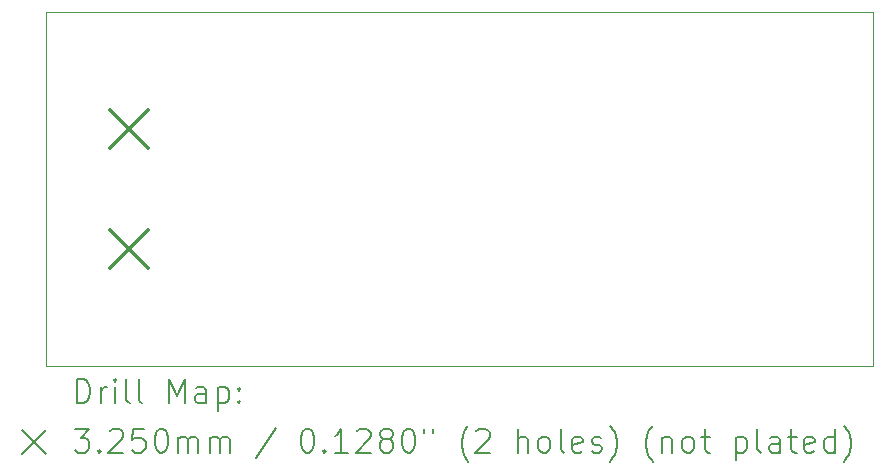
<source format=gbr>
%TF.GenerationSoftware,KiCad,Pcbnew,8.0.1*%
%TF.CreationDate,2024-04-23T23:05:55+02:00*%
%TF.ProjectId,P1-lezer,50312d6c-657a-4657-922e-6b696361645f,rev?*%
%TF.SameCoordinates,Original*%
%TF.FileFunction,Drillmap*%
%TF.FilePolarity,Positive*%
%FSLAX45Y45*%
G04 Gerber Fmt 4.5, Leading zero omitted, Abs format (unit mm)*
G04 Created by KiCad (PCBNEW 8.0.1) date 2024-04-23 23:05:55*
%MOMM*%
%LPD*%
G01*
G04 APERTURE LIST*
%ADD10C,0.050000*%
%ADD11C,0.200000*%
%ADD12C,0.325000*%
G04 APERTURE END LIST*
D10*
X6560000Y-6700000D02*
X13560000Y-6700000D01*
X13560000Y-9700000D01*
X6560000Y-9700000D01*
X6560000Y-6700000D01*
D11*
D12*
X7097500Y-7531500D02*
X7422500Y-7856500D01*
X7422500Y-7531500D02*
X7097500Y-7856500D01*
X7097500Y-8547500D02*
X7422500Y-8872500D01*
X7422500Y-8547500D02*
X7097500Y-8872500D01*
D11*
X6818277Y-10013984D02*
X6818277Y-9813984D01*
X6818277Y-9813984D02*
X6865896Y-9813984D01*
X6865896Y-9813984D02*
X6894467Y-9823508D01*
X6894467Y-9823508D02*
X6913515Y-9842555D01*
X6913515Y-9842555D02*
X6923039Y-9861603D01*
X6923039Y-9861603D02*
X6932562Y-9899698D01*
X6932562Y-9899698D02*
X6932562Y-9928270D01*
X6932562Y-9928270D02*
X6923039Y-9966365D01*
X6923039Y-9966365D02*
X6913515Y-9985412D01*
X6913515Y-9985412D02*
X6894467Y-10004460D01*
X6894467Y-10004460D02*
X6865896Y-10013984D01*
X6865896Y-10013984D02*
X6818277Y-10013984D01*
X7018277Y-10013984D02*
X7018277Y-9880650D01*
X7018277Y-9918746D02*
X7027801Y-9899698D01*
X7027801Y-9899698D02*
X7037324Y-9890174D01*
X7037324Y-9890174D02*
X7056372Y-9880650D01*
X7056372Y-9880650D02*
X7075420Y-9880650D01*
X7142086Y-10013984D02*
X7142086Y-9880650D01*
X7142086Y-9813984D02*
X7132562Y-9823508D01*
X7132562Y-9823508D02*
X7142086Y-9833031D01*
X7142086Y-9833031D02*
X7151610Y-9823508D01*
X7151610Y-9823508D02*
X7142086Y-9813984D01*
X7142086Y-9813984D02*
X7142086Y-9833031D01*
X7265896Y-10013984D02*
X7246848Y-10004460D01*
X7246848Y-10004460D02*
X7237324Y-9985412D01*
X7237324Y-9985412D02*
X7237324Y-9813984D01*
X7370658Y-10013984D02*
X7351610Y-10004460D01*
X7351610Y-10004460D02*
X7342086Y-9985412D01*
X7342086Y-9985412D02*
X7342086Y-9813984D01*
X7599229Y-10013984D02*
X7599229Y-9813984D01*
X7599229Y-9813984D02*
X7665896Y-9956841D01*
X7665896Y-9956841D02*
X7732562Y-9813984D01*
X7732562Y-9813984D02*
X7732562Y-10013984D01*
X7913515Y-10013984D02*
X7913515Y-9909222D01*
X7913515Y-9909222D02*
X7903991Y-9890174D01*
X7903991Y-9890174D02*
X7884943Y-9880650D01*
X7884943Y-9880650D02*
X7846848Y-9880650D01*
X7846848Y-9880650D02*
X7827801Y-9890174D01*
X7913515Y-10004460D02*
X7894467Y-10013984D01*
X7894467Y-10013984D02*
X7846848Y-10013984D01*
X7846848Y-10013984D02*
X7827801Y-10004460D01*
X7827801Y-10004460D02*
X7818277Y-9985412D01*
X7818277Y-9985412D02*
X7818277Y-9966365D01*
X7818277Y-9966365D02*
X7827801Y-9947317D01*
X7827801Y-9947317D02*
X7846848Y-9937793D01*
X7846848Y-9937793D02*
X7894467Y-9937793D01*
X7894467Y-9937793D02*
X7913515Y-9928270D01*
X8008753Y-9880650D02*
X8008753Y-10080650D01*
X8008753Y-9890174D02*
X8027801Y-9880650D01*
X8027801Y-9880650D02*
X8065896Y-9880650D01*
X8065896Y-9880650D02*
X8084943Y-9890174D01*
X8084943Y-9890174D02*
X8094467Y-9899698D01*
X8094467Y-9899698D02*
X8103991Y-9918746D01*
X8103991Y-9918746D02*
X8103991Y-9975889D01*
X8103991Y-9975889D02*
X8094467Y-9994936D01*
X8094467Y-9994936D02*
X8084943Y-10004460D01*
X8084943Y-10004460D02*
X8065896Y-10013984D01*
X8065896Y-10013984D02*
X8027801Y-10013984D01*
X8027801Y-10013984D02*
X8008753Y-10004460D01*
X8189705Y-9994936D02*
X8199229Y-10004460D01*
X8199229Y-10004460D02*
X8189705Y-10013984D01*
X8189705Y-10013984D02*
X8180182Y-10004460D01*
X8180182Y-10004460D02*
X8189705Y-9994936D01*
X8189705Y-9994936D02*
X8189705Y-10013984D01*
X8189705Y-9890174D02*
X8199229Y-9899698D01*
X8199229Y-9899698D02*
X8189705Y-9909222D01*
X8189705Y-9909222D02*
X8180182Y-9899698D01*
X8180182Y-9899698D02*
X8189705Y-9890174D01*
X8189705Y-9890174D02*
X8189705Y-9909222D01*
X6357500Y-10242500D02*
X6557500Y-10442500D01*
X6557500Y-10242500D02*
X6357500Y-10442500D01*
X6799229Y-10233984D02*
X6923039Y-10233984D01*
X6923039Y-10233984D02*
X6856372Y-10310174D01*
X6856372Y-10310174D02*
X6884943Y-10310174D01*
X6884943Y-10310174D02*
X6903991Y-10319698D01*
X6903991Y-10319698D02*
X6913515Y-10329222D01*
X6913515Y-10329222D02*
X6923039Y-10348270D01*
X6923039Y-10348270D02*
X6923039Y-10395889D01*
X6923039Y-10395889D02*
X6913515Y-10414936D01*
X6913515Y-10414936D02*
X6903991Y-10424460D01*
X6903991Y-10424460D02*
X6884943Y-10433984D01*
X6884943Y-10433984D02*
X6827801Y-10433984D01*
X6827801Y-10433984D02*
X6808753Y-10424460D01*
X6808753Y-10424460D02*
X6799229Y-10414936D01*
X7008753Y-10414936D02*
X7018277Y-10424460D01*
X7018277Y-10424460D02*
X7008753Y-10433984D01*
X7008753Y-10433984D02*
X6999229Y-10424460D01*
X6999229Y-10424460D02*
X7008753Y-10414936D01*
X7008753Y-10414936D02*
X7008753Y-10433984D01*
X7094467Y-10253031D02*
X7103991Y-10243508D01*
X7103991Y-10243508D02*
X7123039Y-10233984D01*
X7123039Y-10233984D02*
X7170658Y-10233984D01*
X7170658Y-10233984D02*
X7189705Y-10243508D01*
X7189705Y-10243508D02*
X7199229Y-10253031D01*
X7199229Y-10253031D02*
X7208753Y-10272079D01*
X7208753Y-10272079D02*
X7208753Y-10291127D01*
X7208753Y-10291127D02*
X7199229Y-10319698D01*
X7199229Y-10319698D02*
X7084943Y-10433984D01*
X7084943Y-10433984D02*
X7208753Y-10433984D01*
X7389705Y-10233984D02*
X7294467Y-10233984D01*
X7294467Y-10233984D02*
X7284943Y-10329222D01*
X7284943Y-10329222D02*
X7294467Y-10319698D01*
X7294467Y-10319698D02*
X7313515Y-10310174D01*
X7313515Y-10310174D02*
X7361134Y-10310174D01*
X7361134Y-10310174D02*
X7380182Y-10319698D01*
X7380182Y-10319698D02*
X7389705Y-10329222D01*
X7389705Y-10329222D02*
X7399229Y-10348270D01*
X7399229Y-10348270D02*
X7399229Y-10395889D01*
X7399229Y-10395889D02*
X7389705Y-10414936D01*
X7389705Y-10414936D02*
X7380182Y-10424460D01*
X7380182Y-10424460D02*
X7361134Y-10433984D01*
X7361134Y-10433984D02*
X7313515Y-10433984D01*
X7313515Y-10433984D02*
X7294467Y-10424460D01*
X7294467Y-10424460D02*
X7284943Y-10414936D01*
X7523039Y-10233984D02*
X7542086Y-10233984D01*
X7542086Y-10233984D02*
X7561134Y-10243508D01*
X7561134Y-10243508D02*
X7570658Y-10253031D01*
X7570658Y-10253031D02*
X7580182Y-10272079D01*
X7580182Y-10272079D02*
X7589705Y-10310174D01*
X7589705Y-10310174D02*
X7589705Y-10357793D01*
X7589705Y-10357793D02*
X7580182Y-10395889D01*
X7580182Y-10395889D02*
X7570658Y-10414936D01*
X7570658Y-10414936D02*
X7561134Y-10424460D01*
X7561134Y-10424460D02*
X7542086Y-10433984D01*
X7542086Y-10433984D02*
X7523039Y-10433984D01*
X7523039Y-10433984D02*
X7503991Y-10424460D01*
X7503991Y-10424460D02*
X7494467Y-10414936D01*
X7494467Y-10414936D02*
X7484943Y-10395889D01*
X7484943Y-10395889D02*
X7475420Y-10357793D01*
X7475420Y-10357793D02*
X7475420Y-10310174D01*
X7475420Y-10310174D02*
X7484943Y-10272079D01*
X7484943Y-10272079D02*
X7494467Y-10253031D01*
X7494467Y-10253031D02*
X7503991Y-10243508D01*
X7503991Y-10243508D02*
X7523039Y-10233984D01*
X7675420Y-10433984D02*
X7675420Y-10300650D01*
X7675420Y-10319698D02*
X7684943Y-10310174D01*
X7684943Y-10310174D02*
X7703991Y-10300650D01*
X7703991Y-10300650D02*
X7732563Y-10300650D01*
X7732563Y-10300650D02*
X7751610Y-10310174D01*
X7751610Y-10310174D02*
X7761134Y-10329222D01*
X7761134Y-10329222D02*
X7761134Y-10433984D01*
X7761134Y-10329222D02*
X7770658Y-10310174D01*
X7770658Y-10310174D02*
X7789705Y-10300650D01*
X7789705Y-10300650D02*
X7818277Y-10300650D01*
X7818277Y-10300650D02*
X7837324Y-10310174D01*
X7837324Y-10310174D02*
X7846848Y-10329222D01*
X7846848Y-10329222D02*
X7846848Y-10433984D01*
X7942086Y-10433984D02*
X7942086Y-10300650D01*
X7942086Y-10319698D02*
X7951610Y-10310174D01*
X7951610Y-10310174D02*
X7970658Y-10300650D01*
X7970658Y-10300650D02*
X7999229Y-10300650D01*
X7999229Y-10300650D02*
X8018277Y-10310174D01*
X8018277Y-10310174D02*
X8027801Y-10329222D01*
X8027801Y-10329222D02*
X8027801Y-10433984D01*
X8027801Y-10329222D02*
X8037324Y-10310174D01*
X8037324Y-10310174D02*
X8056372Y-10300650D01*
X8056372Y-10300650D02*
X8084943Y-10300650D01*
X8084943Y-10300650D02*
X8103991Y-10310174D01*
X8103991Y-10310174D02*
X8113515Y-10329222D01*
X8113515Y-10329222D02*
X8113515Y-10433984D01*
X8503991Y-10224460D02*
X8332563Y-10481603D01*
X8761134Y-10233984D02*
X8780182Y-10233984D01*
X8780182Y-10233984D02*
X8799229Y-10243508D01*
X8799229Y-10243508D02*
X8808753Y-10253031D01*
X8808753Y-10253031D02*
X8818277Y-10272079D01*
X8818277Y-10272079D02*
X8827801Y-10310174D01*
X8827801Y-10310174D02*
X8827801Y-10357793D01*
X8827801Y-10357793D02*
X8818277Y-10395889D01*
X8818277Y-10395889D02*
X8808753Y-10414936D01*
X8808753Y-10414936D02*
X8799229Y-10424460D01*
X8799229Y-10424460D02*
X8780182Y-10433984D01*
X8780182Y-10433984D02*
X8761134Y-10433984D01*
X8761134Y-10433984D02*
X8742087Y-10424460D01*
X8742087Y-10424460D02*
X8732563Y-10414936D01*
X8732563Y-10414936D02*
X8723039Y-10395889D01*
X8723039Y-10395889D02*
X8713515Y-10357793D01*
X8713515Y-10357793D02*
X8713515Y-10310174D01*
X8713515Y-10310174D02*
X8723039Y-10272079D01*
X8723039Y-10272079D02*
X8732563Y-10253031D01*
X8732563Y-10253031D02*
X8742087Y-10243508D01*
X8742087Y-10243508D02*
X8761134Y-10233984D01*
X8913515Y-10414936D02*
X8923039Y-10424460D01*
X8923039Y-10424460D02*
X8913515Y-10433984D01*
X8913515Y-10433984D02*
X8903991Y-10424460D01*
X8903991Y-10424460D02*
X8913515Y-10414936D01*
X8913515Y-10414936D02*
X8913515Y-10433984D01*
X9113515Y-10433984D02*
X8999229Y-10433984D01*
X9056372Y-10433984D02*
X9056372Y-10233984D01*
X9056372Y-10233984D02*
X9037325Y-10262555D01*
X9037325Y-10262555D02*
X9018277Y-10281603D01*
X9018277Y-10281603D02*
X8999229Y-10291127D01*
X9189706Y-10253031D02*
X9199229Y-10243508D01*
X9199229Y-10243508D02*
X9218277Y-10233984D01*
X9218277Y-10233984D02*
X9265896Y-10233984D01*
X9265896Y-10233984D02*
X9284944Y-10243508D01*
X9284944Y-10243508D02*
X9294468Y-10253031D01*
X9294468Y-10253031D02*
X9303991Y-10272079D01*
X9303991Y-10272079D02*
X9303991Y-10291127D01*
X9303991Y-10291127D02*
X9294468Y-10319698D01*
X9294468Y-10319698D02*
X9180182Y-10433984D01*
X9180182Y-10433984D02*
X9303991Y-10433984D01*
X9418277Y-10319698D02*
X9399229Y-10310174D01*
X9399229Y-10310174D02*
X9389706Y-10300650D01*
X9389706Y-10300650D02*
X9380182Y-10281603D01*
X9380182Y-10281603D02*
X9380182Y-10272079D01*
X9380182Y-10272079D02*
X9389706Y-10253031D01*
X9389706Y-10253031D02*
X9399229Y-10243508D01*
X9399229Y-10243508D02*
X9418277Y-10233984D01*
X9418277Y-10233984D02*
X9456372Y-10233984D01*
X9456372Y-10233984D02*
X9475420Y-10243508D01*
X9475420Y-10243508D02*
X9484944Y-10253031D01*
X9484944Y-10253031D02*
X9494468Y-10272079D01*
X9494468Y-10272079D02*
X9494468Y-10281603D01*
X9494468Y-10281603D02*
X9484944Y-10300650D01*
X9484944Y-10300650D02*
X9475420Y-10310174D01*
X9475420Y-10310174D02*
X9456372Y-10319698D01*
X9456372Y-10319698D02*
X9418277Y-10319698D01*
X9418277Y-10319698D02*
X9399229Y-10329222D01*
X9399229Y-10329222D02*
X9389706Y-10338746D01*
X9389706Y-10338746D02*
X9380182Y-10357793D01*
X9380182Y-10357793D02*
X9380182Y-10395889D01*
X9380182Y-10395889D02*
X9389706Y-10414936D01*
X9389706Y-10414936D02*
X9399229Y-10424460D01*
X9399229Y-10424460D02*
X9418277Y-10433984D01*
X9418277Y-10433984D02*
X9456372Y-10433984D01*
X9456372Y-10433984D02*
X9475420Y-10424460D01*
X9475420Y-10424460D02*
X9484944Y-10414936D01*
X9484944Y-10414936D02*
X9494468Y-10395889D01*
X9494468Y-10395889D02*
X9494468Y-10357793D01*
X9494468Y-10357793D02*
X9484944Y-10338746D01*
X9484944Y-10338746D02*
X9475420Y-10329222D01*
X9475420Y-10329222D02*
X9456372Y-10319698D01*
X9618277Y-10233984D02*
X9637325Y-10233984D01*
X9637325Y-10233984D02*
X9656372Y-10243508D01*
X9656372Y-10243508D02*
X9665896Y-10253031D01*
X9665896Y-10253031D02*
X9675420Y-10272079D01*
X9675420Y-10272079D02*
X9684944Y-10310174D01*
X9684944Y-10310174D02*
X9684944Y-10357793D01*
X9684944Y-10357793D02*
X9675420Y-10395889D01*
X9675420Y-10395889D02*
X9665896Y-10414936D01*
X9665896Y-10414936D02*
X9656372Y-10424460D01*
X9656372Y-10424460D02*
X9637325Y-10433984D01*
X9637325Y-10433984D02*
X9618277Y-10433984D01*
X9618277Y-10433984D02*
X9599229Y-10424460D01*
X9599229Y-10424460D02*
X9589706Y-10414936D01*
X9589706Y-10414936D02*
X9580182Y-10395889D01*
X9580182Y-10395889D02*
X9570658Y-10357793D01*
X9570658Y-10357793D02*
X9570658Y-10310174D01*
X9570658Y-10310174D02*
X9580182Y-10272079D01*
X9580182Y-10272079D02*
X9589706Y-10253031D01*
X9589706Y-10253031D02*
X9599229Y-10243508D01*
X9599229Y-10243508D02*
X9618277Y-10233984D01*
X9761134Y-10233984D02*
X9761134Y-10272079D01*
X9837325Y-10233984D02*
X9837325Y-10272079D01*
X10132563Y-10510174D02*
X10123039Y-10500650D01*
X10123039Y-10500650D02*
X10103991Y-10472079D01*
X10103991Y-10472079D02*
X10094468Y-10453031D01*
X10094468Y-10453031D02*
X10084944Y-10424460D01*
X10084944Y-10424460D02*
X10075420Y-10376841D01*
X10075420Y-10376841D02*
X10075420Y-10338746D01*
X10075420Y-10338746D02*
X10084944Y-10291127D01*
X10084944Y-10291127D02*
X10094468Y-10262555D01*
X10094468Y-10262555D02*
X10103991Y-10243508D01*
X10103991Y-10243508D02*
X10123039Y-10214936D01*
X10123039Y-10214936D02*
X10132563Y-10205412D01*
X10199230Y-10253031D02*
X10208753Y-10243508D01*
X10208753Y-10243508D02*
X10227801Y-10233984D01*
X10227801Y-10233984D02*
X10275420Y-10233984D01*
X10275420Y-10233984D02*
X10294468Y-10243508D01*
X10294468Y-10243508D02*
X10303991Y-10253031D01*
X10303991Y-10253031D02*
X10313515Y-10272079D01*
X10313515Y-10272079D02*
X10313515Y-10291127D01*
X10313515Y-10291127D02*
X10303991Y-10319698D01*
X10303991Y-10319698D02*
X10189706Y-10433984D01*
X10189706Y-10433984D02*
X10313515Y-10433984D01*
X10551611Y-10433984D02*
X10551611Y-10233984D01*
X10637325Y-10433984D02*
X10637325Y-10329222D01*
X10637325Y-10329222D02*
X10627801Y-10310174D01*
X10627801Y-10310174D02*
X10608753Y-10300650D01*
X10608753Y-10300650D02*
X10580182Y-10300650D01*
X10580182Y-10300650D02*
X10561134Y-10310174D01*
X10561134Y-10310174D02*
X10551611Y-10319698D01*
X10761134Y-10433984D02*
X10742087Y-10424460D01*
X10742087Y-10424460D02*
X10732563Y-10414936D01*
X10732563Y-10414936D02*
X10723039Y-10395889D01*
X10723039Y-10395889D02*
X10723039Y-10338746D01*
X10723039Y-10338746D02*
X10732563Y-10319698D01*
X10732563Y-10319698D02*
X10742087Y-10310174D01*
X10742087Y-10310174D02*
X10761134Y-10300650D01*
X10761134Y-10300650D02*
X10789706Y-10300650D01*
X10789706Y-10300650D02*
X10808753Y-10310174D01*
X10808753Y-10310174D02*
X10818277Y-10319698D01*
X10818277Y-10319698D02*
X10827801Y-10338746D01*
X10827801Y-10338746D02*
X10827801Y-10395889D01*
X10827801Y-10395889D02*
X10818277Y-10414936D01*
X10818277Y-10414936D02*
X10808753Y-10424460D01*
X10808753Y-10424460D02*
X10789706Y-10433984D01*
X10789706Y-10433984D02*
X10761134Y-10433984D01*
X10942087Y-10433984D02*
X10923039Y-10424460D01*
X10923039Y-10424460D02*
X10913515Y-10405412D01*
X10913515Y-10405412D02*
X10913515Y-10233984D01*
X11094468Y-10424460D02*
X11075420Y-10433984D01*
X11075420Y-10433984D02*
X11037325Y-10433984D01*
X11037325Y-10433984D02*
X11018277Y-10424460D01*
X11018277Y-10424460D02*
X11008753Y-10405412D01*
X11008753Y-10405412D02*
X11008753Y-10329222D01*
X11008753Y-10329222D02*
X11018277Y-10310174D01*
X11018277Y-10310174D02*
X11037325Y-10300650D01*
X11037325Y-10300650D02*
X11075420Y-10300650D01*
X11075420Y-10300650D02*
X11094468Y-10310174D01*
X11094468Y-10310174D02*
X11103992Y-10329222D01*
X11103992Y-10329222D02*
X11103992Y-10348270D01*
X11103992Y-10348270D02*
X11008753Y-10367317D01*
X11180182Y-10424460D02*
X11199230Y-10433984D01*
X11199230Y-10433984D02*
X11237325Y-10433984D01*
X11237325Y-10433984D02*
X11256372Y-10424460D01*
X11256372Y-10424460D02*
X11265896Y-10405412D01*
X11265896Y-10405412D02*
X11265896Y-10395889D01*
X11265896Y-10395889D02*
X11256372Y-10376841D01*
X11256372Y-10376841D02*
X11237325Y-10367317D01*
X11237325Y-10367317D02*
X11208753Y-10367317D01*
X11208753Y-10367317D02*
X11189706Y-10357793D01*
X11189706Y-10357793D02*
X11180182Y-10338746D01*
X11180182Y-10338746D02*
X11180182Y-10329222D01*
X11180182Y-10329222D02*
X11189706Y-10310174D01*
X11189706Y-10310174D02*
X11208753Y-10300650D01*
X11208753Y-10300650D02*
X11237325Y-10300650D01*
X11237325Y-10300650D02*
X11256372Y-10310174D01*
X11332563Y-10510174D02*
X11342087Y-10500650D01*
X11342087Y-10500650D02*
X11361134Y-10472079D01*
X11361134Y-10472079D02*
X11370658Y-10453031D01*
X11370658Y-10453031D02*
X11380182Y-10424460D01*
X11380182Y-10424460D02*
X11389706Y-10376841D01*
X11389706Y-10376841D02*
X11389706Y-10338746D01*
X11389706Y-10338746D02*
X11380182Y-10291127D01*
X11380182Y-10291127D02*
X11370658Y-10262555D01*
X11370658Y-10262555D02*
X11361134Y-10243508D01*
X11361134Y-10243508D02*
X11342087Y-10214936D01*
X11342087Y-10214936D02*
X11332563Y-10205412D01*
X11694468Y-10510174D02*
X11684944Y-10500650D01*
X11684944Y-10500650D02*
X11665896Y-10472079D01*
X11665896Y-10472079D02*
X11656372Y-10453031D01*
X11656372Y-10453031D02*
X11646849Y-10424460D01*
X11646849Y-10424460D02*
X11637325Y-10376841D01*
X11637325Y-10376841D02*
X11637325Y-10338746D01*
X11637325Y-10338746D02*
X11646849Y-10291127D01*
X11646849Y-10291127D02*
X11656372Y-10262555D01*
X11656372Y-10262555D02*
X11665896Y-10243508D01*
X11665896Y-10243508D02*
X11684944Y-10214936D01*
X11684944Y-10214936D02*
X11694468Y-10205412D01*
X11770658Y-10300650D02*
X11770658Y-10433984D01*
X11770658Y-10319698D02*
X11780182Y-10310174D01*
X11780182Y-10310174D02*
X11799230Y-10300650D01*
X11799230Y-10300650D02*
X11827801Y-10300650D01*
X11827801Y-10300650D02*
X11846849Y-10310174D01*
X11846849Y-10310174D02*
X11856372Y-10329222D01*
X11856372Y-10329222D02*
X11856372Y-10433984D01*
X11980182Y-10433984D02*
X11961134Y-10424460D01*
X11961134Y-10424460D02*
X11951611Y-10414936D01*
X11951611Y-10414936D02*
X11942087Y-10395889D01*
X11942087Y-10395889D02*
X11942087Y-10338746D01*
X11942087Y-10338746D02*
X11951611Y-10319698D01*
X11951611Y-10319698D02*
X11961134Y-10310174D01*
X11961134Y-10310174D02*
X11980182Y-10300650D01*
X11980182Y-10300650D02*
X12008753Y-10300650D01*
X12008753Y-10300650D02*
X12027801Y-10310174D01*
X12027801Y-10310174D02*
X12037325Y-10319698D01*
X12037325Y-10319698D02*
X12046849Y-10338746D01*
X12046849Y-10338746D02*
X12046849Y-10395889D01*
X12046849Y-10395889D02*
X12037325Y-10414936D01*
X12037325Y-10414936D02*
X12027801Y-10424460D01*
X12027801Y-10424460D02*
X12008753Y-10433984D01*
X12008753Y-10433984D02*
X11980182Y-10433984D01*
X12103992Y-10300650D02*
X12180182Y-10300650D01*
X12132563Y-10233984D02*
X12132563Y-10405412D01*
X12132563Y-10405412D02*
X12142087Y-10424460D01*
X12142087Y-10424460D02*
X12161134Y-10433984D01*
X12161134Y-10433984D02*
X12180182Y-10433984D01*
X12399230Y-10300650D02*
X12399230Y-10500650D01*
X12399230Y-10310174D02*
X12418277Y-10300650D01*
X12418277Y-10300650D02*
X12456373Y-10300650D01*
X12456373Y-10300650D02*
X12475420Y-10310174D01*
X12475420Y-10310174D02*
X12484944Y-10319698D01*
X12484944Y-10319698D02*
X12494468Y-10338746D01*
X12494468Y-10338746D02*
X12494468Y-10395889D01*
X12494468Y-10395889D02*
X12484944Y-10414936D01*
X12484944Y-10414936D02*
X12475420Y-10424460D01*
X12475420Y-10424460D02*
X12456373Y-10433984D01*
X12456373Y-10433984D02*
X12418277Y-10433984D01*
X12418277Y-10433984D02*
X12399230Y-10424460D01*
X12608753Y-10433984D02*
X12589706Y-10424460D01*
X12589706Y-10424460D02*
X12580182Y-10405412D01*
X12580182Y-10405412D02*
X12580182Y-10233984D01*
X12770658Y-10433984D02*
X12770658Y-10329222D01*
X12770658Y-10329222D02*
X12761134Y-10310174D01*
X12761134Y-10310174D02*
X12742087Y-10300650D01*
X12742087Y-10300650D02*
X12703992Y-10300650D01*
X12703992Y-10300650D02*
X12684944Y-10310174D01*
X12770658Y-10424460D02*
X12751611Y-10433984D01*
X12751611Y-10433984D02*
X12703992Y-10433984D01*
X12703992Y-10433984D02*
X12684944Y-10424460D01*
X12684944Y-10424460D02*
X12675420Y-10405412D01*
X12675420Y-10405412D02*
X12675420Y-10386365D01*
X12675420Y-10386365D02*
X12684944Y-10367317D01*
X12684944Y-10367317D02*
X12703992Y-10357793D01*
X12703992Y-10357793D02*
X12751611Y-10357793D01*
X12751611Y-10357793D02*
X12770658Y-10348270D01*
X12837325Y-10300650D02*
X12913515Y-10300650D01*
X12865896Y-10233984D02*
X12865896Y-10405412D01*
X12865896Y-10405412D02*
X12875420Y-10424460D01*
X12875420Y-10424460D02*
X12894468Y-10433984D01*
X12894468Y-10433984D02*
X12913515Y-10433984D01*
X13056373Y-10424460D02*
X13037325Y-10433984D01*
X13037325Y-10433984D02*
X12999230Y-10433984D01*
X12999230Y-10433984D02*
X12980182Y-10424460D01*
X12980182Y-10424460D02*
X12970658Y-10405412D01*
X12970658Y-10405412D02*
X12970658Y-10329222D01*
X12970658Y-10329222D02*
X12980182Y-10310174D01*
X12980182Y-10310174D02*
X12999230Y-10300650D01*
X12999230Y-10300650D02*
X13037325Y-10300650D01*
X13037325Y-10300650D02*
X13056373Y-10310174D01*
X13056373Y-10310174D02*
X13065896Y-10329222D01*
X13065896Y-10329222D02*
X13065896Y-10348270D01*
X13065896Y-10348270D02*
X12970658Y-10367317D01*
X13237325Y-10433984D02*
X13237325Y-10233984D01*
X13237325Y-10424460D02*
X13218277Y-10433984D01*
X13218277Y-10433984D02*
X13180182Y-10433984D01*
X13180182Y-10433984D02*
X13161134Y-10424460D01*
X13161134Y-10424460D02*
X13151611Y-10414936D01*
X13151611Y-10414936D02*
X13142087Y-10395889D01*
X13142087Y-10395889D02*
X13142087Y-10338746D01*
X13142087Y-10338746D02*
X13151611Y-10319698D01*
X13151611Y-10319698D02*
X13161134Y-10310174D01*
X13161134Y-10310174D02*
X13180182Y-10300650D01*
X13180182Y-10300650D02*
X13218277Y-10300650D01*
X13218277Y-10300650D02*
X13237325Y-10310174D01*
X13313515Y-10510174D02*
X13323039Y-10500650D01*
X13323039Y-10500650D02*
X13342087Y-10472079D01*
X13342087Y-10472079D02*
X13351611Y-10453031D01*
X13351611Y-10453031D02*
X13361134Y-10424460D01*
X13361134Y-10424460D02*
X13370658Y-10376841D01*
X13370658Y-10376841D02*
X13370658Y-10338746D01*
X13370658Y-10338746D02*
X13361134Y-10291127D01*
X13361134Y-10291127D02*
X13351611Y-10262555D01*
X13351611Y-10262555D02*
X13342087Y-10243508D01*
X13342087Y-10243508D02*
X13323039Y-10214936D01*
X13323039Y-10214936D02*
X13313515Y-10205412D01*
M02*

</source>
